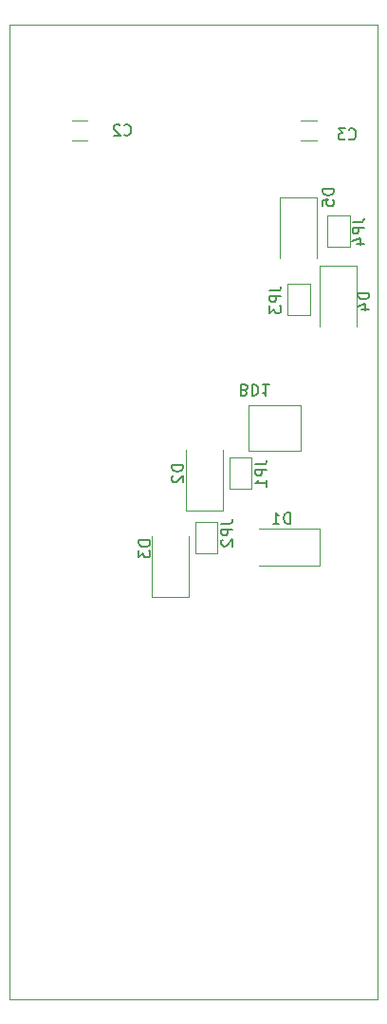
<source format=gbr>
%TF.GenerationSoftware,KiCad,Pcbnew,6.0.11+dfsg-1*%
%TF.CreationDate,2024-01-27T16:44:02+03:00*%
%TF.ProjectId,power,706f7765-722e-46b6-9963-61645f706362,rev?*%
%TF.SameCoordinates,Original*%
%TF.FileFunction,Legend,Bot*%
%TF.FilePolarity,Positive*%
%FSLAX46Y46*%
G04 Gerber Fmt 4.6, Leading zero omitted, Abs format (unit mm)*
G04 Created by KiCad (PCBNEW 6.0.11+dfsg-1) date 2024-01-27 16:44:02*
%MOMM*%
%LPD*%
G01*
G04 APERTURE LIST*
%TA.AperFunction,Profile*%
%ADD10C,0.100000*%
%TD*%
%ADD11C,0.150000*%
%ADD12C,0.120000*%
G04 APERTURE END LIST*
D10*
X234198000Y-111156000D02*
X266998000Y-111156000D01*
X266998000Y-111156000D02*
X266998000Y-24256000D01*
X266998000Y-24256000D02*
X234198000Y-24256000D01*
X234198000Y-24256000D02*
X234198000Y-111156000D01*
D11*
%TO.C,JP4*%
X264798380Y-41845666D02*
X265512666Y-41845666D01*
X265655523Y-41798047D01*
X265750761Y-41702809D01*
X265798380Y-41559952D01*
X265798380Y-41464714D01*
X265798380Y-42321857D02*
X264798380Y-42321857D01*
X264798380Y-42702809D01*
X264846000Y-42798047D01*
X264893619Y-42845666D01*
X264988857Y-42893285D01*
X265131714Y-42893285D01*
X265226952Y-42845666D01*
X265274571Y-42798047D01*
X265322190Y-42702809D01*
X265322190Y-42321857D01*
X265131714Y-43750428D02*
X265798380Y-43750428D01*
X264750761Y-43512333D02*
X265465047Y-43274238D01*
X265465047Y-43893285D01*
%TO.C,D2*%
X249647380Y-63530904D02*
X248647380Y-63530904D01*
X248647380Y-63769000D01*
X248695000Y-63911857D01*
X248790238Y-64007095D01*
X248885476Y-64054714D01*
X249075952Y-64102333D01*
X249218809Y-64102333D01*
X249409285Y-64054714D01*
X249504523Y-64007095D01*
X249599761Y-63911857D01*
X249647380Y-63769000D01*
X249647380Y-63530904D01*
X248742619Y-64483285D02*
X248695000Y-64530904D01*
X248647380Y-64626142D01*
X248647380Y-64864238D01*
X248695000Y-64959476D01*
X248742619Y-65007095D01*
X248837857Y-65054714D01*
X248933095Y-65054714D01*
X249075952Y-65007095D01*
X249647380Y-64435666D01*
X249647380Y-65054714D01*
%TO.C,D1*%
X259210095Y-68752380D02*
X259210095Y-67752380D01*
X258972000Y-67752380D01*
X258829142Y-67800000D01*
X258733904Y-67895238D01*
X258686285Y-67990476D01*
X258638666Y-68180952D01*
X258638666Y-68323809D01*
X258686285Y-68514285D01*
X258733904Y-68609523D01*
X258829142Y-68704761D01*
X258972000Y-68752380D01*
X259210095Y-68752380D01*
X257686285Y-68752380D02*
X258257714Y-68752380D01*
X257972000Y-68752380D02*
X257972000Y-67752380D01*
X258067238Y-67895238D01*
X258162476Y-67990476D01*
X258257714Y-68038095D01*
%TO.C,D3*%
X246726380Y-70229904D02*
X245726380Y-70229904D01*
X245726380Y-70468000D01*
X245774000Y-70610857D01*
X245869238Y-70706095D01*
X245964476Y-70753714D01*
X246154952Y-70801333D01*
X246297809Y-70801333D01*
X246488285Y-70753714D01*
X246583523Y-70706095D01*
X246678761Y-70610857D01*
X246726380Y-70468000D01*
X246726380Y-70229904D01*
X245726380Y-71134666D02*
X245726380Y-71753714D01*
X246107333Y-71420380D01*
X246107333Y-71563238D01*
X246154952Y-71658476D01*
X246202571Y-71706095D01*
X246297809Y-71753714D01*
X246535904Y-71753714D01*
X246631142Y-71706095D01*
X246678761Y-71658476D01*
X246726380Y-71563238D01*
X246726380Y-71277523D01*
X246678761Y-71182285D01*
X246631142Y-71134666D01*
%TO.C,D5*%
X263109380Y-38892904D02*
X262109380Y-38892904D01*
X262109380Y-39131000D01*
X262157000Y-39273857D01*
X262252238Y-39369095D01*
X262347476Y-39416714D01*
X262537952Y-39464333D01*
X262680809Y-39464333D01*
X262871285Y-39416714D01*
X262966523Y-39369095D01*
X263061761Y-39273857D01*
X263109380Y-39131000D01*
X263109380Y-38892904D01*
X262109380Y-40369095D02*
X262109380Y-39892904D01*
X262585571Y-39845285D01*
X262537952Y-39892904D01*
X262490333Y-39988142D01*
X262490333Y-40226238D01*
X262537952Y-40321476D01*
X262585571Y-40369095D01*
X262680809Y-40416714D01*
X262918904Y-40416714D01*
X263014142Y-40369095D01*
X263061761Y-40321476D01*
X263109380Y-40226238D01*
X263109380Y-39988142D01*
X263061761Y-39892904D01*
X263014142Y-39845285D01*
%TO.C,JP1*%
X256140380Y-63435666D02*
X256854666Y-63435666D01*
X256997523Y-63388047D01*
X257092761Y-63292809D01*
X257140380Y-63149952D01*
X257140380Y-63054714D01*
X257140380Y-63911857D02*
X256140380Y-63911857D01*
X256140380Y-64292809D01*
X256188000Y-64388047D01*
X256235619Y-64435666D01*
X256330857Y-64483285D01*
X256473714Y-64483285D01*
X256568952Y-64435666D01*
X256616571Y-64388047D01*
X256664190Y-64292809D01*
X256664190Y-63911857D01*
X257140380Y-65435666D02*
X257140380Y-64864238D01*
X257140380Y-65149952D02*
X256140380Y-65149952D01*
X256283238Y-65054714D01*
X256378476Y-64959476D01*
X256426095Y-64864238D01*
%TO.C,C2*%
X244408666Y-34019142D02*
X244456285Y-34066761D01*
X244599142Y-34114380D01*
X244694380Y-34114380D01*
X244837238Y-34066761D01*
X244932476Y-33971523D01*
X244980095Y-33876285D01*
X245027714Y-33685809D01*
X245027714Y-33542952D01*
X244980095Y-33352476D01*
X244932476Y-33257238D01*
X244837238Y-33162000D01*
X244694380Y-33114380D01*
X244599142Y-33114380D01*
X244456285Y-33162000D01*
X244408666Y-33209619D01*
X244027714Y-33209619D02*
X243980095Y-33162000D01*
X243884857Y-33114380D01*
X243646761Y-33114380D01*
X243551523Y-33162000D01*
X243503904Y-33209619D01*
X243456285Y-33304857D01*
X243456285Y-33400095D01*
X243503904Y-33542952D01*
X244075333Y-34114380D01*
X243456285Y-34114380D01*
%TO.C,D4*%
X266284380Y-48163904D02*
X265284380Y-48163904D01*
X265284380Y-48402000D01*
X265332000Y-48544857D01*
X265427238Y-48640095D01*
X265522476Y-48687714D01*
X265712952Y-48735333D01*
X265855809Y-48735333D01*
X266046285Y-48687714D01*
X266141523Y-48640095D01*
X266236761Y-48544857D01*
X266284380Y-48402000D01*
X266284380Y-48163904D01*
X265617714Y-49592476D02*
X266284380Y-49592476D01*
X265236761Y-49354380D02*
X265951047Y-49116285D01*
X265951047Y-49735333D01*
%TO.C,BD1*%
X255148238Y-56847428D02*
X255291095Y-56799809D01*
X255338714Y-56752190D01*
X255386333Y-56656952D01*
X255386333Y-56514095D01*
X255338714Y-56418857D01*
X255291095Y-56371238D01*
X255195857Y-56323619D01*
X254814904Y-56323619D01*
X254814904Y-57323619D01*
X255148238Y-57323619D01*
X255243476Y-57276000D01*
X255291095Y-57228380D01*
X255338714Y-57133142D01*
X255338714Y-57037904D01*
X255291095Y-56942666D01*
X255243476Y-56895047D01*
X255148238Y-56847428D01*
X254814904Y-56847428D01*
X255814904Y-56323619D02*
X255814904Y-57323619D01*
X256053000Y-57323619D01*
X256195857Y-57276000D01*
X256291095Y-57180761D01*
X256338714Y-57085523D01*
X256386333Y-56895047D01*
X256386333Y-56752190D01*
X256338714Y-56561714D01*
X256291095Y-56466476D01*
X256195857Y-56371238D01*
X256053000Y-56323619D01*
X255814904Y-56323619D01*
X257338714Y-56323619D02*
X256767285Y-56323619D01*
X257053000Y-56323619D02*
X257053000Y-57323619D01*
X256957761Y-57180761D01*
X256862523Y-57085523D01*
X256767285Y-57037904D01*
%TO.C,JP2*%
X253092380Y-68754666D02*
X253806666Y-68754666D01*
X253949523Y-68707047D01*
X254044761Y-68611809D01*
X254092380Y-68468952D01*
X254092380Y-68373714D01*
X254092380Y-69230857D02*
X253092380Y-69230857D01*
X253092380Y-69611809D01*
X253140000Y-69707047D01*
X253187619Y-69754666D01*
X253282857Y-69802285D01*
X253425714Y-69802285D01*
X253520952Y-69754666D01*
X253568571Y-69707047D01*
X253616190Y-69611809D01*
X253616190Y-69230857D01*
X253187619Y-70183238D02*
X253140000Y-70230857D01*
X253092380Y-70326095D01*
X253092380Y-70564190D01*
X253140000Y-70659428D01*
X253187619Y-70707047D01*
X253282857Y-70754666D01*
X253378095Y-70754666D01*
X253520952Y-70707047D01*
X254092380Y-70135619D01*
X254092380Y-70754666D01*
%TO.C,C3*%
X264474666Y-34400142D02*
X264522285Y-34447761D01*
X264665142Y-34495380D01*
X264760380Y-34495380D01*
X264903238Y-34447761D01*
X264998476Y-34352523D01*
X265046095Y-34257285D01*
X265093714Y-34066809D01*
X265093714Y-33923952D01*
X265046095Y-33733476D01*
X264998476Y-33638238D01*
X264903238Y-33543000D01*
X264760380Y-33495380D01*
X264665142Y-33495380D01*
X264522285Y-33543000D01*
X264474666Y-33590619D01*
X264141333Y-33495380D02*
X263522285Y-33495380D01*
X263855619Y-33876333D01*
X263712761Y-33876333D01*
X263617523Y-33923952D01*
X263569904Y-33971571D01*
X263522285Y-34066809D01*
X263522285Y-34304904D01*
X263569904Y-34400142D01*
X263617523Y-34447761D01*
X263712761Y-34495380D01*
X263998476Y-34495380D01*
X264093714Y-34447761D01*
X264141333Y-34400142D01*
%TO.C,JP3*%
X257410380Y-47941666D02*
X258124666Y-47941666D01*
X258267523Y-47894047D01*
X258362761Y-47798809D01*
X258410380Y-47655952D01*
X258410380Y-47560714D01*
X258410380Y-48417857D02*
X257410380Y-48417857D01*
X257410380Y-48798809D01*
X257458000Y-48894047D01*
X257505619Y-48941666D01*
X257600857Y-48989285D01*
X257743714Y-48989285D01*
X257838952Y-48941666D01*
X257886571Y-48894047D01*
X257934190Y-48798809D01*
X257934190Y-48417857D01*
X257410380Y-49322619D02*
X257410380Y-49941666D01*
X257791333Y-49608333D01*
X257791333Y-49751190D01*
X257838952Y-49846428D01*
X257886571Y-49894047D01*
X257981809Y-49941666D01*
X258219904Y-49941666D01*
X258315142Y-49894047D01*
X258362761Y-49846428D01*
X258410380Y-49751190D01*
X258410380Y-49465476D01*
X258362761Y-49370238D01*
X258315142Y-49322619D01*
D12*
%TO.C,JP4*%
X262546000Y-44079000D02*
X264546000Y-44079000D01*
X264546000Y-41279000D02*
X262546000Y-41279000D01*
X264546000Y-44079000D02*
X264546000Y-41279000D01*
X262546000Y-41279000D02*
X262546000Y-44079000D01*
%TO.C,D2*%
X253258000Y-67542000D02*
X253258000Y-62142000D01*
X253258000Y-67542000D02*
X249958000Y-67542000D01*
X249958000Y-67542000D02*
X249958000Y-62142000D01*
%TO.C,D1*%
X261872000Y-72450000D02*
X256472000Y-72450000D01*
X261872000Y-69150000D02*
X261872000Y-72450000D01*
X261872000Y-69150000D02*
X256472000Y-69150000D01*
%TO.C,D3*%
X250210000Y-75289000D02*
X246910000Y-75289000D01*
X250210000Y-75289000D02*
X250210000Y-69889000D01*
X246910000Y-75289000D02*
X246910000Y-69889000D01*
%TO.C,D5*%
X258340000Y-39660000D02*
X261640000Y-39660000D01*
X258340000Y-39660000D02*
X258340000Y-45060000D01*
X261640000Y-39660000D02*
X261640000Y-45060000D01*
%TO.C,JP1*%
X255783000Y-62869000D02*
X253783000Y-62869000D01*
X255783000Y-65669000D02*
X255783000Y-62869000D01*
X253783000Y-62869000D02*
X253783000Y-65669000D01*
X253783000Y-65669000D02*
X255783000Y-65669000D01*
%TO.C,C2*%
X241143252Y-34572000D02*
X239720748Y-34572000D01*
X241143252Y-32752000D02*
X239720748Y-32752000D01*
%TO.C,D4*%
X261896000Y-45756000D02*
X261896000Y-51156000D01*
X261896000Y-45756000D02*
X265196000Y-45756000D01*
X265196000Y-45756000D02*
X265196000Y-51156000D01*
%TO.C,BD1*%
X255531000Y-62205000D02*
X260131000Y-62205000D01*
X260131000Y-62205000D02*
X260131000Y-58205000D01*
X260131000Y-58205000D02*
X255531000Y-58205000D01*
X255531000Y-58205000D02*
X255531000Y-62205000D01*
%TO.C,JP2*%
X252735000Y-71384000D02*
X252735000Y-68584000D01*
X250735000Y-71384000D02*
X252735000Y-71384000D01*
X250735000Y-68584000D02*
X250735000Y-71384000D01*
X252735000Y-68584000D02*
X250735000Y-68584000D01*
%TO.C,C3*%
X261590252Y-32752000D02*
X260167748Y-32752000D01*
X261590252Y-34572000D02*
X260167748Y-34572000D01*
%TO.C,JP3*%
X258990000Y-47375000D02*
X258990000Y-50175000D01*
X260990000Y-47375000D02*
X258990000Y-47375000D01*
X260990000Y-50175000D02*
X260990000Y-47375000D01*
X258990000Y-50175000D02*
X260990000Y-50175000D01*
%TD*%
M02*

</source>
